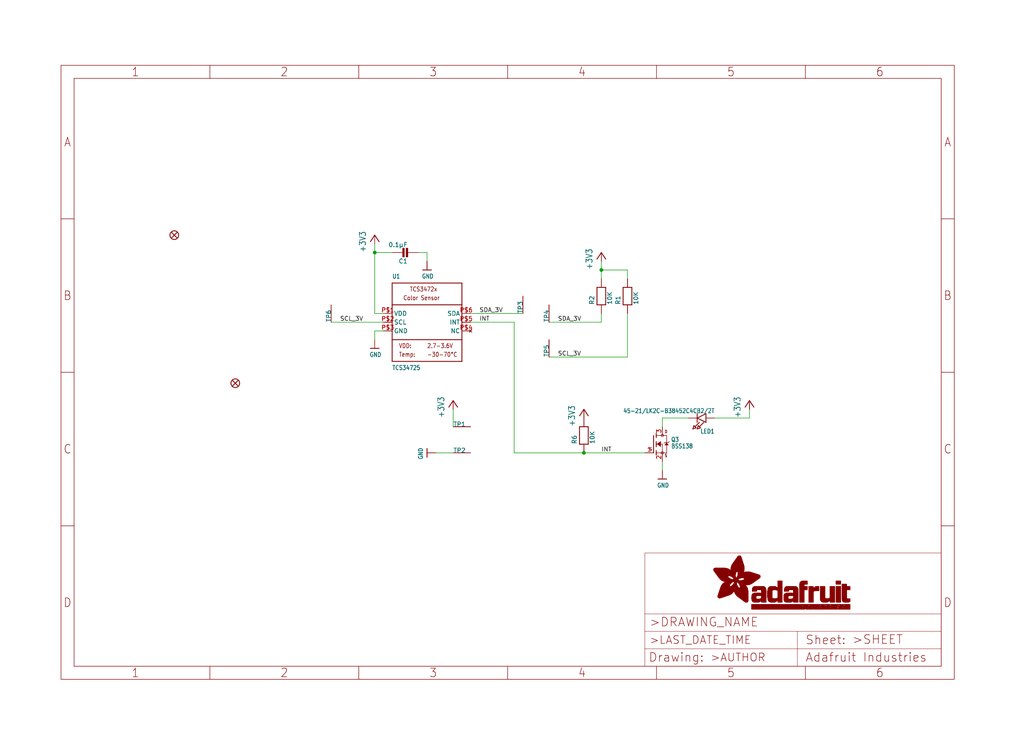
<source format=kicad_sch>
(kicad_sch (version 20211123) (generator eeschema)
  (paper "User" 298.45 217.881)
  (lib_symbols
    (symbol "eagleSchem-eagle-import:+3V3" (power)
      (property "Value" "+3V3" (at -2.54 -5.08 90))
      (symbol "+3V3_1_0"
        (pin power_in line (at 0 -2.54 90) (length 2.54) (name "+3V3") (number "1"))
      )
    )
    (symbol "eagleSchem-eagle-import:CAP_CERAMIC_0805"
      (property "Reference" "C" (at -1.79 0.54 90))
      (property "Value" "CAP_CERAMIC_0805" (at 3 0.54 90))
      (symbol "CAP_CERAMIC_0805_1_0"
        (pin passive line (at 0 5.08 270) (length 2.54) (name "1") (number "1"))
        (pin passive line (at 0 -2.54 90) (length 2.54) (name "2") (number "2"))
      )
    )
    (symbol "eagleSchem-eagle-import:FIDUCIAL{dblquote}{dblquote}")
    (symbol "eagleSchem-eagle-import:FRAME_A4_ADAFRUIT"
      (symbol "FRAME_A4_ADAFRUIT_1_0"
        (text "1" (at 21.6958 1.905 0) (effects (font (size 2.54 2.286))))
        (text "1" (at 21.6958 177.165 0) (effects (font (size 2.54 2.286))))
        (text "2" (at 65.0875 1.905 0) (effects (font (size 2.54 2.286))))
        (text "2" (at 65.0875 177.165 0) (effects (font (size 2.54 2.286))))
        (text "3" (at 108.4792 1.905 0) (effects (font (size 2.54 2.286))))
        (text "3" (at 108.4792 177.165 0) (effects (font (size 2.54 2.286))))
        (text "4" (at 151.8708 1.905 0) (effects (font (size 2.54 2.286))))
        (text "4" (at 151.8708 177.165 0) (effects (font (size 2.54 2.286))))
        (text "5" (at 195.2625 1.905 0) (effects (font (size 2.54 2.286))))
        (text "5" (at 195.2625 177.165 0) (effects (font (size 2.54 2.286))))
        (text "6" (at 238.6542 1.905 0) (effects (font (size 2.54 2.286))))
        (text "6" (at 238.6542 177.165 0) (effects (font (size 2.54 2.286))))
        (text ">AUTHOR" (at 189.23 5.08 0) (effects (font (size 2.286 2.286)) (justify left bottom)))
        (text ">DRAWING_NAME" (at 171.45 15.24 0) (effects (font (size 2.54 2.54)) (justify left bottom)))
        (text ">LAST_DATE_TIME" (at 171.45 10.16 0) (effects (font (size 2.286 2.286)) (justify left bottom)))
        (text ">SHEET" (at 230.505 10.16 0) (effects (font (size 2.54 2.54)) (justify left bottom)))
        (text "A" (at 1.905 156.6863 0) (effects (font (size 2.54 2.286))))
        (text "A" (at 258.445 156.6863 0) (effects (font (size 2.54 2.286))))
        (text "Adafruit Industries" (at 216.916 4.953 0) (effects (font (size 2.54 2.54)) (justify left bottom)))
        (text "B" (at 1.905 111.9188 0) (effects (font (size 2.54 2.286))))
        (text "B" (at 258.445 111.9188 0) (effects (font (size 2.54 2.286))))
        (text "C" (at 1.905 67.1513 0) (effects (font (size 2.54 2.286))))
        (text "C" (at 258.445 67.1513 0) (effects (font (size 2.54 2.286))))
        (text "D" (at 1.905 22.3838 0) (effects (font (size 2.54 2.286))))
        (text "D" (at 258.445 22.3838 0) (effects (font (size 2.54 2.286))))
        (text "Drawing:" (at 171.196 4.953 0) (effects (font (size 2.54 2.54)) (justify left bottom)))
        (text "Sheet:" (at 216.916 10.033 0) (effects (font (size 2.54 2.54)) (justify left bottom)))
      )
    )
    (symbol "eagleSchem-eagle-import:GND" (power)
      (property "Value" "GND" (at -1.524 -2.54 0))
      (symbol "GND_1_0"
        (pin power_in line (at 0 2.54 270) (length 2.54) (name "GND") (number "1"))
      )
    )
    (symbol "eagleSchem-eagle-import:LEDEV45-21"
      (property "Reference" "LED" (at -5.08 3.175 0))
      (property "Value" "LEDEV45-21" (at -5.08 -2.794 0))
      (symbol "LEDEV45-21_1_0"
        (pin passive line (at -5.08 0 0) (length 2.54) (name "A") (number "A"))
        (pin passive line (at 2.54 0 180) (length 2.54) (name "C") (number "K"))
      )
    )
    (symbol "eagleSchem-eagle-import:LIGHT_TCS3472"
      (property "Value" "LIGHT_TCS3472" (at -10.16 -13.97 0))
      (symbol "LIGHT_TCS3472_1_0"
        (text "-30-70°C" (at 0 -10.16 0) (effects (font (size 1.27 1.0795)) (justify left bottom)))
        (text "2.7-3.6V" (at 0 -7.62 0) (effects (font (size 1.27 1.0795)) (justify left bottom)))
        (text "Color Sensor" (at -6.985 6.35 0) (effects (font (size 1.27 1.0795)) (justify left bottom)))
        (text "TCS3472x" (at -5.08 8.89 0) (effects (font (size 1.27 1.0795)) (justify left bottom)))
        (text "Temp:" (at -8.255 -10.16 0) (effects (font (size 1.27 1.0795)) (justify left bottom)))
        (text "VDD:" (at -8.255 -7.62 0) (effects (font (size 1.27 1.0795)) (justify left bottom)))
        (pin power_in line (at -12.7 2.54 0) (length 2.54) (name "VDD") (number "P$1"))
        (pin bidirectional line (at -12.7 0 0) (length 2.54) (name "SCL") (number "P$2"))
        (pin power_in line (at -12.7 -2.54 0) (length 2.54) (name "GND") (number "P$3"))
        (pin no_connect line (at 12.7 -2.54 180) (length 2.54) (name "NC") (number "P$4"))
        (pin output line (at 12.7 0 180) (length 2.54) (name "INT") (number "P$5"))
        (pin bidirectional line (at 12.7 2.54 180) (length 2.54) (name "SDA") (number "P$6"))
      )
    )
    (symbol "eagleSchem-eagle-import:MOSFET-NWIDE"
      (property "Reference" "Q" (at 5.08 0.635 0))
      (property "Value" "MOSFET-NWIDE" (at 5.08 -1.27 0))
      (symbol "MOSFET-NWIDE_1_0"
        (text "D" (at 3.175 3.175 0) (effects (font (size 0.8128 0.6908)) (justify left bottom)))
        (text "G" (at -1.27 -1.905 0) (effects (font (size 0.8128 0.6908)) (justify left bottom)))
        (text "S" (at 3.175 -3.81 0) (effects (font (size 0.8128 0.6908)) (justify left bottom)))
        (pin bidirectional line (at -2.54 -2.54 0) (length 2.54) (name "G") (number "1"))
        (pin bidirectional line (at 2.54 -5.08 90) (length 2.54) (name "S") (number "2"))
        (pin bidirectional line (at 2.54 5.08 270) (length 2.54) (name "D") (number "3"))
      )
    )
    (symbol "eagleSchem-eagle-import:RESISTOR_0805"
      (property "Reference" "R" (at -2.54 2.032 0))
      (property "Value" "RESISTOR_0805" (at -2.54 -3.175 0))
      (symbol "RESISTOR_0805_1_0"
        (pin passive line (at -5.08 0 0) (length 2.54) (name "1") (number "1"))
        (pin passive line (at 5.08 0 180) (length 2.54) (name "2") (number "2"))
      )
    )
    (symbol "eagleSchem-eagle-import:SEWTAP0.5IN"
      (property "Reference" "TP" (at 0 0 0))
      (symbol "SEWTAP0.5IN_1_0"
        (pin bidirectional line (at 0 0 0) (length 5.08) (name "SEW") (number "TAP"))
      )
    )
  )
  (junction (at 170.18 132.08))
  (junction (at 175.26 78.74))
  (junction (at 109.22 73.66))
  (wire (pts (xy 109.22 73.66) (xy 114.3 73.66)))
  (wire (pts (xy 200.66 121.92) (xy 193.04 121.92)))
  (wire (pts (xy 218.44 121.92) (xy 218.44 119.38)))
  (wire (pts (xy 111.76 96.52) (xy 109.22 96.52)))
  (wire (pts (xy 149.86 132.08) (xy 149.86 93.98)))
  (wire (pts (xy 111.76 91.44) (xy 109.22 91.44)))
  (wire (pts (xy 187.96 132.08) (xy 170.18 132.08)))
  (wire (pts (xy 182.88 81.28) (xy 182.88 78.74)))
  (wire (pts (xy 170.18 132.08) (xy 149.86 132.08)))
  (wire (pts (xy 182.88 91.44) (xy 182.88 104.14)))
  (wire (pts (xy 127 132.08) (xy 132.08 132.08)))
  (wire (pts (xy 109.22 96.52) (xy 109.22 99.06)))
  (wire (pts (xy 121.92 73.66) (xy 124.46 73.66)))
  (wire (pts (xy 109.22 73.66) (xy 109.22 71.12)))
  (wire (pts (xy 132.08 119.38) (xy 132.08 124.46)))
  (wire (pts (xy 182.88 104.14) (xy 160.02 104.14)))
  (wire (pts (xy 124.46 73.66) (xy 124.46 76.2)))
  (wire (pts (xy 175.26 78.74) (xy 182.88 78.74)))
  (wire (pts (xy 175.26 91.44) (xy 175.26 93.98)))
  (wire (pts (xy 109.22 91.44) (xy 109.22 73.66)))
  (wire (pts (xy 152.4 91.44) (xy 137.16 91.44)))
  (wire (pts (xy 175.26 81.28) (xy 175.26 78.74)))
  (wire (pts (xy 137.16 93.98) (xy 149.86 93.98)))
  (wire (pts (xy 193.04 121.92) (xy 193.04 124.46)))
  (wire (pts (xy 175.26 76.2) (xy 175.26 78.74)))
  (wire (pts (xy 111.76 93.98) (xy 96.52 93.98)))
  (wire (pts (xy 218.44 121.92) (xy 208.28 121.92)))
  (wire (pts (xy 175.26 93.98) (xy 160.02 93.98)))
  (wire (pts (xy 193.04 134.62) (xy 193.04 137.16)))
  (label "SDA_3V" (at 162.56 93.98 0) (effects (font (size 1.2446 1.2446))))
  (label "SCL_3V" (at 162.56 104.14 0) (effects (font (size 1.2446 1.2446))))
  (label "SDA_3V" (at 139.7 91.44 0) (effects (font (size 1.2446 1.2446))))
  (label "INT" (at 139.7 93.98 0) (effects (font (size 1.2446 1.2446))))
  (label "INT" (at 175.26 132.08 0) (effects (font (size 1.2446 1.2446))))
  (label "SCL_3V" (at 99.06 93.98 0) (effects (font (size 1.2446 1.2446))))
  (symbol (lib_id "eagleSchem-eagle-import:SEWTAP0.5IN") (at 132.08 124.46 0) (unit 1)
    (property "Reference" "TP1" (at 132.08 124.46 0) (effects (justify left bottom)))
    (property "Value" "SEWTAP0.5IN" (effects hide))
    (property "Footprint" "eagleSchem:SEWINGTAP_0.5" (effects hide))
  )
  (symbol (lib_id "eagleSchem-eagle-import:SEWTAP0.5IN") (at 160.02 104.14 90) (unit 1)
    (property "Reference" "TP5" (at 160.02 104.14 0) (effects (justify left bottom)))
    (property "Value" "SEWTAP0.5IN" (effects hide))
    (property "Footprint" "eagleSchem:SEWINGTAP_0.5" (effects hide))
  )
  (symbol (lib_id "eagleSchem-eagle-import:RESISTOR_0805") (at 175.26 86.36 90) (unit 1)
    (property "Reference" "R2" (at 173.228 88.9 0) (effects (justify left bottom)))
    (property "Value" "10K" (at 178.435 88.9 0) (effects (justify left bottom)))
    (property "Footprint" "eagleSchem:_0805" (effects hide))
  )
  (symbol (lib_id "eagleSchem-eagle-import:SEWTAP0.5IN") (at 152.4 91.44 90) (unit 1)
    (property "Reference" "TP3" (at 152.4 91.44 0) (effects (justify left bottom)))
    (property "Value" "SEWTAP0.5IN" (effects hide))
    (property "Footprint" "eagleSchem:SEWINGTAP_0.5" (effects hide))
  )
  (symbol (lib_id "eagleSchem-eagle-import:+3V3") (at 132.08 116.84 0) (unit 1)
    (property "Reference" "#+3V1" (effects hide))
    (property "Value" "+3V3" (at 129.54 121.92 90) (effects (font (size 1.778 1.5113)) (justify left bottom)))
    (property "Footprint" "eagleSchem:" (effects hide))
  )
  (symbol (lib_id "eagleSchem-eagle-import:FRAME_A4_ADAFRUIT") (at 17.78 198.12 0) (unit 1)
    (property "Reference" "#U$1" (effects hide))
    (property "Value" "FRAME_A4_ADAFRUIT" (effects hide))
    (property "Footprint" "eagleSchem:" (effects hide))
  )
  (symbol (lib_id "eagleSchem-eagle-import:RESISTOR_0805") (at 170.18 127 90) (unit 1)
    (property "Reference" "R6" (at 168.148 129.54 0) (effects (justify left bottom)))
    (property "Value" "10K" (at 173.355 129.54 0) (effects (justify left bottom)))
    (property "Footprint" "eagleSchem:_0805" (effects hide))
  )
  (symbol (lib_id "eagleSchem-eagle-import:GND") (at 193.04 139.7 0) (unit 1)
    (property "Reference" "#U$5" (effects hide))
    (property "Value" "GND" (at 191.516 142.24 0) (effects (font (size 1.27 1.0795)) (justify left bottom)))
    (property "Footprint" "eagleSchem:" (effects hide))
  )
  (symbol (lib_id "eagleSchem-eagle-import:+3V3") (at 218.44 116.84 0) (unit 1)
    (property "Reference" "#+3V5" (effects hide))
    (property "Value" "+3V3" (at 215.9 121.92 90) (effects (font (size 1.778 1.5113)) (justify left bottom)))
    (property "Footprint" "eagleSchem:" (effects hide))
  )
  (symbol (lib_id "eagleSchem-eagle-import:SEWTAP0.5IN") (at 96.52 93.98 90) (unit 1)
    (property "Reference" "TP6" (at 96.52 93.98 0) (effects (justify left bottom)))
    (property "Value" "SEWTAP0.5IN" (effects hide))
    (property "Footprint" "eagleSchem:SEWINGTAP_0.5" (effects hide))
  )
  (symbol (lib_id "eagleSchem-eagle-import:+3V3") (at 175.26 73.66 0) (unit 1)
    (property "Reference" "#+3V4" (effects hide))
    (property "Value" "+3V3" (at 172.72 78.74 90) (effects (font (size 1.778 1.5113)) (justify left bottom)))
    (property "Footprint" "eagleSchem:" (effects hide))
  )
  (symbol (lib_id "eagleSchem-eagle-import:LEDEV45-21") (at 203.2 121.92 180) (unit 1)
    (property "Reference" "LED1" (at 208.28 125.095 0) (effects (font (size 1.27 1.0795)) (justify left bottom)))
    (property "Value" "45-21/LK2C-B38452C4CB2/2T" (at 208.28 119.126 0) (effects (font (size 1.27 1.0795)) (justify left bottom)))
    (property "Footprint" "eagleSchem:EVERLIGHT_45-21" (effects hide))
  )
  (symbol (lib_id "eagleSchem-eagle-import:RESISTOR_0805") (at 182.88 86.36 90) (unit 1)
    (property "Reference" "R1" (at 180.848 88.9 0) (effects (justify left bottom)))
    (property "Value" "10K" (at 186.055 88.9 0) (effects (justify left bottom)))
    (property "Footprint" "eagleSchem:_0805" (effects hide))
  )
  (symbol (lib_id "eagleSchem-eagle-import:FIDUCIAL{dblquote}{dblquote}") (at 50.8 68.58 0) (unit 1)
    (property "Reference" "FID2" (effects hide))
    (property "Value" "FIDUCIAL{dblquote}{dblquote}" (effects hide))
    (property "Footprint" "eagleSchem:FIDUCIAL_1MM" (effects hide))
  )
  (symbol (lib_id "eagleSchem-eagle-import:SEWTAP0.5IN") (at 132.08 132.08 0) (unit 1)
    (property "Reference" "TP2" (at 132.08 132.08 0) (effects (justify left bottom)))
    (property "Value" "SEWTAP0.5IN" (effects hide))
    (property "Footprint" "eagleSchem:SEWINGTAP_0.5" (effects hide))
  )
  (symbol (lib_id "eagleSchem-eagle-import:LIGHT_TCS3472") (at 124.46 93.98 0) (unit 1)
    (property "Reference" "U1" (at 114.3 81.28 0) (effects (font (size 1.27 1.0795)) (justify left bottom)))
    (property "Value" "TCS34725" (at 114.3 107.95 0) (effects (font (size 1.27 1.0795)) (justify left bottom)))
    (property "Footprint" "eagleSchem:TCS3472_FN6" (effects hide))
  )
  (symbol (lib_id "eagleSchem-eagle-import:CAP_CERAMIC_0805") (at 119.38 73.66 90) (unit 1)
    (property "Reference" "C1" (at 118.84 75.45 90) (effects (justify left bottom)))
    (property "Value" "0.1µF" (at 118.84 70.66 90) (effects (justify left bottom)))
    (property "Footprint" "eagleSchem:_0805" (effects hide))
  )
  (symbol (lib_id "eagleSchem-eagle-import:+3V3") (at 109.22 68.58 0) (unit 1)
    (property "Reference" "#+3V3" (effects hide))
    (property "Value" "+3V3" (at 106.68 73.66 90) (effects (font (size 1.778 1.5113)) (justify left bottom)))
    (property "Footprint" "eagleSchem:" (effects hide))
  )
  (symbol (lib_id "eagleSchem-eagle-import:MOSFET-NWIDE") (at 190.5 129.54 0) (unit 1)
    (property "Reference" "Q3" (at 195.58 128.905 0) (effects (font (size 1.27 1.0795)) (justify left bottom)))
    (property "Value" "BSS138" (at 195.58 130.81 0) (effects (font (size 1.27 1.0795)) (justify left bottom)))
    (property "Footprint" "eagleSchem:SOT23-WIDE" (effects hide))
  )
  (symbol (lib_id "eagleSchem-eagle-import:SEWTAP0.5IN") (at 160.02 93.98 90) (unit 1)
    (property "Reference" "TP4" (at 160.02 93.98 0) (effects (justify left bottom)))
    (property "Value" "SEWTAP0.5IN" (effects hide))
    (property "Footprint" "eagleSchem:SEWINGTAP_0.5" (effects hide))
  )
  (symbol (lib_id "eagleSchem-eagle-import:GND") (at 124.46 78.74 0) (unit 1)
    (property "Reference" "#U$4" (effects hide))
    (property "Value" "GND" (at 122.936 81.28 0) (effects (font (size 1.27 1.0795)) (justify left bottom)))
    (property "Footprint" "eagleSchem:" (effects hide))
  )
  (symbol (lib_id "eagleSchem-eagle-import:+3V3") (at 170.18 119.38 0) (unit 1)
    (property "Reference" "#+3V6" (effects hide))
    (property "Value" "+3V3" (at 167.64 124.46 90) (effects (font (size 1.778 1.5113)) (justify left bottom)))
    (property "Footprint" "eagleSchem:" (effects hide))
  )
  (symbol (lib_id "eagleSchem-eagle-import:GND") (at 109.22 101.6 0) (unit 1)
    (property "Reference" "#U$3" (effects hide))
    (property "Value" "GND" (at 107.696 104.14 0) (effects (font (size 1.27 1.0795)) (justify left bottom)))
    (property "Footprint" "eagleSchem:" (effects hide))
  )
  (symbol (lib_id "eagleSchem-eagle-import:FIDUCIAL{dblquote}{dblquote}") (at 68.58 111.76 0) (unit 1)
    (property "Reference" "FID1" (effects hide))
    (property "Value" "FIDUCIAL{dblquote}{dblquote}" (effects hide))
    (property "Footprint" "eagleSchem:FIDUCIAL_1MM" (effects hide))
  )
  (symbol (lib_id "eagleSchem-eagle-import:GND") (at 124.46 132.08 270) (unit 1)
    (property "Reference" "#U$6" (effects hide))
    (property "Value" "GND" (at 121.92 130.556 0) (effects (font (size 1.27 1.0795)) (justify left bottom)))
    (property "Footprint" "eagleSchem:" (effects hide))
  )
)
</source>
